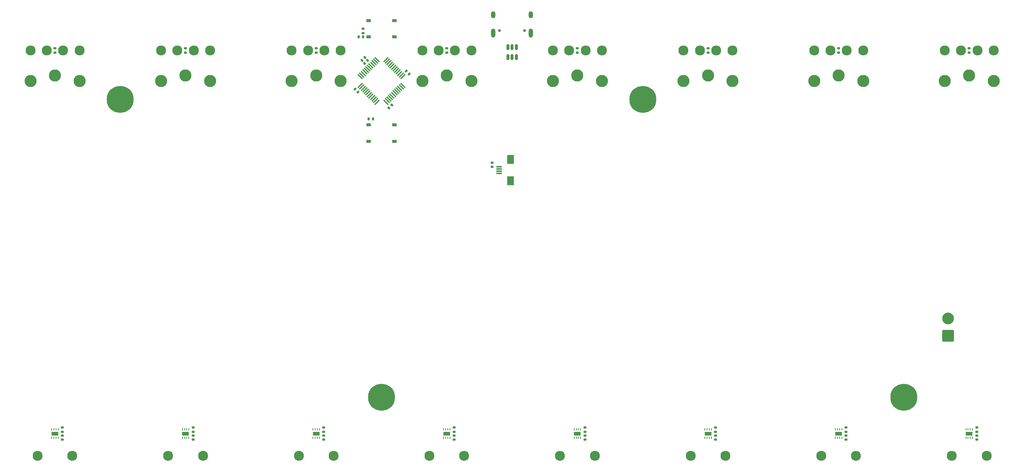
<source format=gbs>
%TF.GenerationSoftware,KiCad,Pcbnew,8.0.3*%
%TF.CreationDate,2024-07-13T17:18:51+02:00*%
%TF.ProjectId,faderboard,66616465-7262-46f6-9172-642e6b696361,rev?*%
%TF.SameCoordinates,Original*%
%TF.FileFunction,Soldermask,Bot*%
%TF.FilePolarity,Negative*%
%FSLAX46Y46*%
G04 Gerber Fmt 4.6, Leading zero omitted, Abs format (unit mm)*
G04 Created by KiCad (PCBNEW 8.0.3) date 2024-07-13 17:18:51*
%MOMM*%
%LPD*%
G01*
G04 APERTURE LIST*
G04 Aperture macros list*
%AMRoundRect*
0 Rectangle with rounded corners*
0 $1 Rounding radius*
0 $2 $3 $4 $5 $6 $7 $8 $9 X,Y pos of 4 corners*
0 Add a 4 corners polygon primitive as box body*
4,1,4,$2,$3,$4,$5,$6,$7,$8,$9,$2,$3,0*
0 Add four circle primitives for the rounded corners*
1,1,$1+$1,$2,$3*
1,1,$1+$1,$4,$5*
1,1,$1+$1,$6,$7*
1,1,$1+$1,$8,$9*
0 Add four rect primitives between the rounded corners*
20,1,$1+$1,$2,$3,$4,$5,0*
20,1,$1+$1,$4,$5,$6,$7,0*
20,1,$1+$1,$6,$7,$8,$9,0*
20,1,$1+$1,$8,$9,$2,$3,0*%
G04 Aperture macros list end*
%ADD10C,2.300000*%
%ADD11C,2.800000*%
%ADD12C,6.200000*%
%ADD13C,0.650000*%
%ADD14O,1.000000X2.100000*%
%ADD15O,1.000000X1.600000*%
%ADD16RoundRect,0.250001X1.099999X-1.099999X1.099999X1.099999X-1.099999X1.099999X-1.099999X-1.099999X0*%
%ADD17C,2.700000*%
%ADD18RoundRect,0.062500X0.062500X-0.187500X0.062500X0.187500X-0.062500X0.187500X-0.062500X-0.187500X0*%
%ADD19R,1.600000X0.900000*%
%ADD20RoundRect,0.140000X-0.170000X0.140000X-0.170000X-0.140000X0.170000X-0.140000X0.170000X0.140000X0*%
%ADD21RoundRect,0.075000X-0.575000X0.075000X-0.575000X-0.075000X0.575000X-0.075000X0.575000X0.075000X0*%
%ADD22R,1.600000X2.000000*%
%ADD23RoundRect,0.135000X-0.135000X-0.185000X0.135000X-0.185000X0.135000X0.185000X-0.135000X0.185000X0*%
%ADD24RoundRect,0.140000X0.170000X-0.140000X0.170000X0.140000X-0.170000X0.140000X-0.170000X-0.140000X0*%
%ADD25RoundRect,0.135000X0.185000X-0.135000X0.185000X0.135000X-0.185000X0.135000X-0.185000X-0.135000X0*%
%ADD26RoundRect,0.140000X-0.021213X0.219203X-0.219203X0.021213X0.021213X-0.219203X0.219203X-0.021213X0*%
%ADD27R,1.000000X0.750000*%
%ADD28RoundRect,0.140000X0.219203X0.021213X0.021213X0.219203X-0.219203X-0.021213X-0.021213X-0.219203X0*%
%ADD29RoundRect,0.140000X-0.219203X-0.021213X-0.021213X-0.219203X0.219203X0.021213X0.021213X0.219203X0*%
%ADD30RoundRect,0.140000X0.021213X-0.219203X0.219203X-0.021213X-0.021213X0.219203X-0.219203X0.021213X0*%
%ADD31RoundRect,0.075000X-0.521491X0.415425X0.415425X-0.521491X0.521491X-0.415425X-0.415425X0.521491X0*%
%ADD32RoundRect,0.075000X-0.521491X-0.415425X-0.415425X-0.521491X0.521491X0.415425X0.415425X0.521491X0*%
%ADD33RoundRect,0.150000X-0.150000X0.512500X-0.150000X-0.512500X0.150000X-0.512500X0.150000X0.512500X0*%
G04 APERTURE END LIST*
D10*
%TO.C,RV2*%
X78125000Y-35000000D03*
X74375000Y-35000000D03*
X70625000Y-35000000D03*
X66875000Y-35000000D03*
X76500000Y-128200000D03*
X68500000Y-128200000D03*
D11*
X66875000Y-42000000D03*
X72500000Y-40750000D03*
X78125000Y-42000000D03*
%TD*%
D10*
%TO.C,RV7*%
X228125000Y-35000000D03*
X224375000Y-35000000D03*
X220625000Y-35000000D03*
X216875000Y-35000000D03*
X226500000Y-128200000D03*
X218500000Y-128200000D03*
D11*
X216875000Y-42000000D03*
X222500000Y-40750000D03*
X228125000Y-42000000D03*
%TD*%
D10*
%TO.C,RV1*%
X48125000Y-35000000D03*
X44375000Y-35000000D03*
X40625000Y-35000000D03*
X36875000Y-35000000D03*
X46500000Y-128200000D03*
X38500000Y-128200000D03*
D11*
X36875000Y-42000000D03*
X42500000Y-40750000D03*
X48125000Y-42000000D03*
%TD*%
D12*
%TO.C,H2*%
X117500000Y-114750000D03*
%TD*%
%TO.C,H3*%
X177500000Y-46250000D03*
%TD*%
D10*
%TO.C,RV8*%
X258125000Y-35000000D03*
X254375000Y-35000000D03*
X250625000Y-35000000D03*
X246875000Y-35000000D03*
X256500000Y-128200000D03*
X248500000Y-128200000D03*
D11*
X246875000Y-42000000D03*
X252500000Y-40750000D03*
X258125000Y-42000000D03*
%TD*%
D10*
%TO.C,RV5*%
X168125000Y-35000000D03*
X164375000Y-35000000D03*
X160625000Y-35000000D03*
X156875000Y-35000000D03*
X166500000Y-128200000D03*
X158500000Y-128200000D03*
D11*
X156875000Y-42000000D03*
X162500000Y-40750000D03*
X168125000Y-42000000D03*
%TD*%
D10*
%TO.C,RV3*%
X108125000Y-35000000D03*
X104375000Y-35000000D03*
X100625000Y-35000000D03*
X96875000Y-35000000D03*
X106500000Y-128200000D03*
X98500000Y-128200000D03*
D11*
X96875000Y-42000000D03*
X102500000Y-40750000D03*
X108125000Y-42000000D03*
%TD*%
D12*
%TO.C,H1*%
X57500000Y-46250000D03*
%TD*%
D13*
%TO.C,J1*%
X150390000Y-30440000D03*
X144610000Y-30440000D03*
D14*
X151820000Y-30970000D03*
D15*
X151820000Y-26790000D03*
D14*
X143180000Y-30970000D03*
D15*
X143180000Y-26790000D03*
%TD*%
D16*
%TO.C,J3*%
X247625000Y-100630000D03*
D17*
X247625000Y-96670000D03*
%TD*%
D10*
%TO.C,RV4*%
X138125000Y-35000000D03*
X134375000Y-35000000D03*
X130625000Y-35000000D03*
X126875000Y-35000000D03*
X136500000Y-128200000D03*
X128500000Y-128200000D03*
D11*
X126875000Y-42000000D03*
X132500000Y-40750000D03*
X138125000Y-42000000D03*
%TD*%
D10*
%TO.C,RV6*%
X198125000Y-35000000D03*
X194375000Y-35000000D03*
X190625000Y-35000000D03*
X186875000Y-35000000D03*
X196500000Y-128200000D03*
X188500000Y-128200000D03*
D11*
X186875000Y-42000000D03*
X192500000Y-40750000D03*
X198125000Y-42000000D03*
%TD*%
D12*
%TO.C,H4*%
X237500000Y-114750000D03*
%TD*%
D18*
%TO.C,U11*%
X253250000Y-124050000D03*
X252750000Y-124050000D03*
X252250000Y-124050000D03*
X251750000Y-124050000D03*
X251750000Y-122150000D03*
X252250000Y-122150000D03*
X252750000Y-122150000D03*
X253250000Y-122150000D03*
D19*
X252500000Y-123100000D03*
%TD*%
D20*
%TO.C,C25*%
X224210000Y-121710000D03*
X224210000Y-122670000D03*
%TD*%
D21*
%TO.C,J2*%
X144475000Y-61750000D03*
X144475000Y-62250000D03*
X144475000Y-62750000D03*
X144475000Y-63250000D03*
D22*
X147155000Y-60050000D03*
X147155000Y-64950000D03*
%TD*%
D23*
%TO.C,R6*%
X112270000Y-31875000D03*
X113290000Y-31875000D03*
%TD*%
D18*
%TO.C,U6*%
X103250000Y-124050000D03*
X102750000Y-124050000D03*
X102250000Y-124050000D03*
X101750000Y-124050000D03*
X101750000Y-122150000D03*
X102250000Y-122150000D03*
X102750000Y-122150000D03*
X103250000Y-122150000D03*
D19*
X102500000Y-123100000D03*
%TD*%
D24*
%TO.C,C26*%
X224210000Y-124490000D03*
X224210000Y-123530000D03*
%TD*%
D20*
%TO.C,C23*%
X194210000Y-121710000D03*
X194210000Y-122670000D03*
%TD*%
D24*
%TO.C,C18*%
X104210000Y-124490000D03*
X104210000Y-123530000D03*
%TD*%
D18*
%TO.C,U7*%
X133250000Y-124050000D03*
X132750000Y-124050000D03*
X132250000Y-124050000D03*
X131750000Y-124050000D03*
X131750000Y-122150000D03*
X132250000Y-122150000D03*
X132750000Y-122150000D03*
X133250000Y-122150000D03*
D19*
X132500000Y-123100000D03*
%TD*%
D20*
%TO.C,C13*%
X44210000Y-121710000D03*
X44210000Y-122670000D03*
%TD*%
D25*
%TO.C,R11*%
X132500000Y-35510000D03*
X132500000Y-34490000D03*
%TD*%
%TO.C,R8*%
X42500000Y-35510000D03*
X42500000Y-34490000D03*
%TD*%
D24*
%TO.C,C22*%
X164210000Y-124490000D03*
X164210000Y-123530000D03*
%TD*%
%TO.C,C2*%
X142865000Y-61750000D03*
X142865000Y-60790000D03*
%TD*%
D20*
%TO.C,C15*%
X74210000Y-121710000D03*
X74210000Y-122670000D03*
%TD*%
%TO.C,C27*%
X254210000Y-121710000D03*
X254210000Y-122670000D03*
%TD*%
D26*
%TO.C,C4*%
X114325090Y-37241172D03*
X113646268Y-37919994D03*
%TD*%
D20*
%TO.C,C19*%
X134210000Y-121710000D03*
X134210000Y-122670000D03*
%TD*%
D27*
%TO.C,SW2*%
X120500000Y-28125000D03*
X114500000Y-28125000D03*
X120500000Y-31875000D03*
X114500000Y-31875000D03*
%TD*%
D24*
%TO.C,C14*%
X44210000Y-124490000D03*
X44210000Y-123530000D03*
%TD*%
D28*
%TO.C,C5*%
X123828605Y-40394867D03*
X123149783Y-39716045D03*
%TD*%
D23*
%TO.C,R7*%
X114500000Y-50730000D03*
X115520000Y-50730000D03*
%TD*%
D24*
%TO.C,C28*%
X254210000Y-124490000D03*
X254210000Y-123530000D03*
%TD*%
D18*
%TO.C,U5*%
X73250000Y-124050000D03*
X72750000Y-124050000D03*
X72250000Y-124050000D03*
X71750000Y-124050000D03*
X71750000Y-122150000D03*
X72250000Y-122150000D03*
X72750000Y-122150000D03*
X73250000Y-122150000D03*
D19*
X72500000Y-123100000D03*
%TD*%
D20*
%TO.C,C17*%
X104210000Y-121710000D03*
X104210000Y-122670000D03*
%TD*%
D24*
%TO.C,C12*%
X113290000Y-30975000D03*
X113290000Y-30015000D03*
%TD*%
%TO.C,C24*%
X194210000Y-124490000D03*
X194210000Y-123530000D03*
%TD*%
D29*
%TO.C,C7*%
X111425953Y-43859691D03*
X112104775Y-44538513D03*
%TD*%
D25*
%TO.C,R9*%
X72500000Y-35510000D03*
X72500000Y-34490000D03*
%TD*%
D24*
%TO.C,C16*%
X74210000Y-124490000D03*
X74210000Y-123530000D03*
%TD*%
D18*
%TO.C,U10*%
X223250000Y-124050000D03*
X222750000Y-124050000D03*
X222250000Y-124050000D03*
X221750000Y-124050000D03*
X221750000Y-122150000D03*
X222250000Y-122150000D03*
X222750000Y-122150000D03*
X223250000Y-122150000D03*
D19*
X222500000Y-123100000D03*
%TD*%
D20*
%TO.C,C21*%
X164210000Y-121710000D03*
X164210000Y-122670000D03*
%TD*%
D18*
%TO.C,U4*%
X43250000Y-124050000D03*
X42750000Y-124050000D03*
X42250000Y-124050000D03*
X41750000Y-124050000D03*
X41750000Y-122150000D03*
X42250000Y-122150000D03*
X42750000Y-122150000D03*
X43250000Y-122150000D03*
D19*
X42500000Y-123100000D03*
%TD*%
D25*
%TO.C,R15*%
X252500000Y-35510000D03*
X252500000Y-34490000D03*
%TD*%
%TO.C,R10*%
X102500000Y-35510000D03*
X102500000Y-34490000D03*
%TD*%
D18*
%TO.C,U8*%
X163250000Y-124050000D03*
X162750000Y-124050000D03*
X162250000Y-124050000D03*
X161750000Y-124050000D03*
X161750000Y-122150000D03*
X162250000Y-122150000D03*
X162750000Y-122150000D03*
X163250000Y-122150000D03*
D19*
X162500000Y-123100000D03*
%TD*%
D18*
%TO.C,U9*%
X193250000Y-124050000D03*
X192750000Y-124050000D03*
X192250000Y-124050000D03*
X191750000Y-124050000D03*
X191750000Y-122150000D03*
X192250000Y-122150000D03*
X192750000Y-122150000D03*
X193250000Y-122150000D03*
D19*
X192500000Y-123100000D03*
%TD*%
D27*
%TO.C,SW1*%
X120500000Y-52125000D03*
X114500000Y-52125000D03*
X120500000Y-55875000D03*
X114500000Y-55875000D03*
%TD*%
D30*
%TO.C,C6*%
X119197057Y-48236682D03*
X119875879Y-47557860D03*
%TD*%
D31*
%TO.C,U3*%
X112612124Y-41001212D03*
X112965678Y-40647658D03*
X113319231Y-40294105D03*
X113672785Y-39940551D03*
X114026338Y-39586998D03*
X114379891Y-39233445D03*
X114733445Y-38879891D03*
X115086998Y-38526338D03*
X115440551Y-38172785D03*
X115794105Y-37819231D03*
X116147658Y-37465678D03*
X116501212Y-37112124D03*
D32*
X118498788Y-37112124D03*
X118852342Y-37465678D03*
X119205895Y-37819231D03*
X119559449Y-38172785D03*
X119913002Y-38526338D03*
X120266555Y-38879891D03*
X120620109Y-39233445D03*
X120973662Y-39586998D03*
X121327215Y-39940551D03*
X121680769Y-40294105D03*
X122034322Y-40647658D03*
X122387876Y-41001212D03*
D31*
X122387876Y-42998788D03*
X122034322Y-43352342D03*
X121680769Y-43705895D03*
X121327215Y-44059449D03*
X120973662Y-44413002D03*
X120620109Y-44766555D03*
X120266555Y-45120109D03*
X119913002Y-45473662D03*
X119559449Y-45827215D03*
X119205895Y-46180769D03*
X118852342Y-46534322D03*
X118498788Y-46887876D03*
D32*
X116501212Y-46887876D03*
X116147658Y-46534322D03*
X115794105Y-46180769D03*
X115440551Y-45827215D03*
X115086998Y-45473662D03*
X114733445Y-45120109D03*
X114379891Y-44766555D03*
X114026338Y-44413002D03*
X113672785Y-44059449D03*
X113319231Y-43705895D03*
X112965678Y-43352342D03*
X112612124Y-42998788D03*
%TD*%
D25*
%TO.C,R12*%
X162500000Y-35510000D03*
X162500000Y-34490000D03*
%TD*%
%TO.C,R14*%
X222500000Y-35510000D03*
X222500000Y-34490000D03*
%TD*%
D33*
%TO.C,U2*%
X146550000Y-34232500D03*
X147500000Y-34232500D03*
X148450000Y-34232500D03*
X148450000Y-36507500D03*
X147500000Y-36507500D03*
X146550000Y-36507500D03*
%TD*%
D26*
%TO.C,C3*%
X113674551Y-36590634D03*
X112995729Y-37269456D03*
%TD*%
D25*
%TO.C,R13*%
X192500000Y-35510000D03*
X192500000Y-34490000D03*
%TD*%
D24*
%TO.C,C20*%
X134210000Y-124490000D03*
X134210000Y-123530000D03*
%TD*%
M02*

</source>
